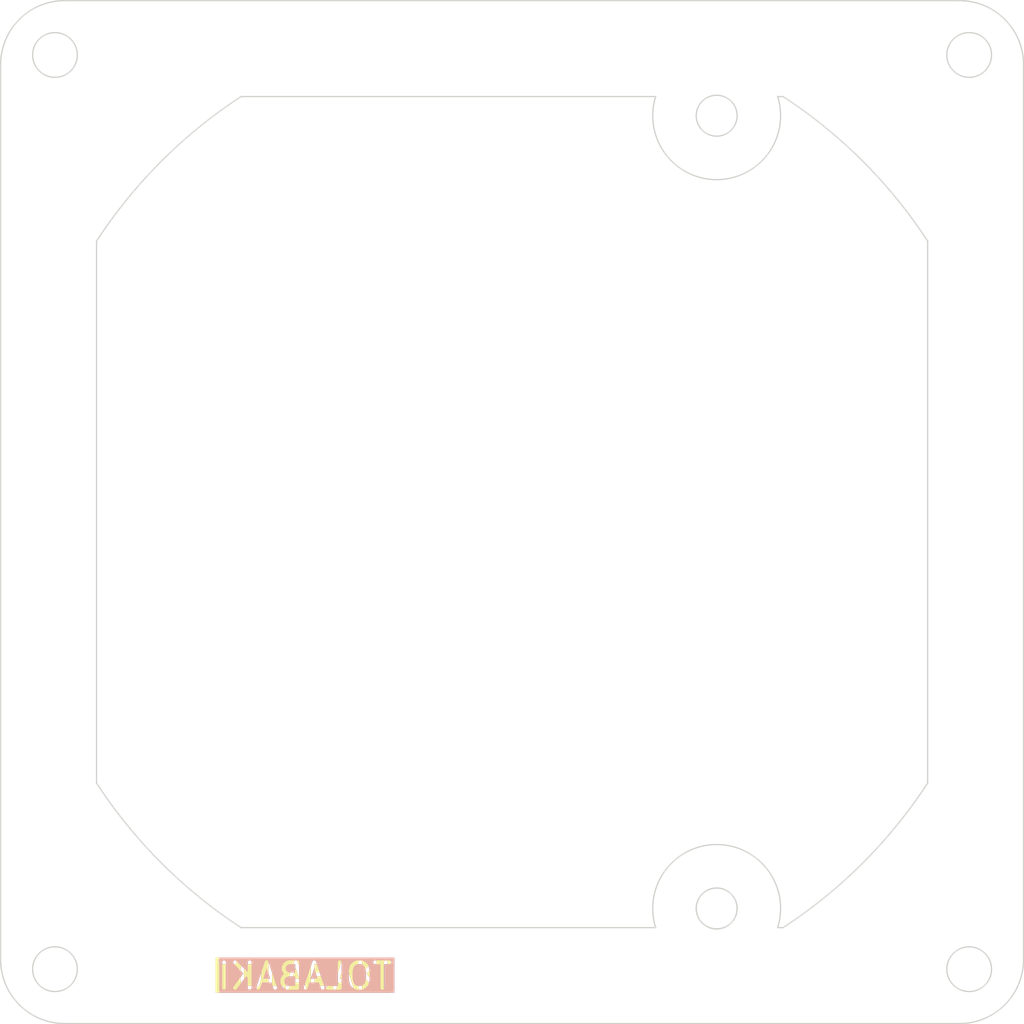
<source format=kicad_pcb>
(kicad_pcb (version 20221018) (generator pcbnew)

  (general
    (thickness 1.6)
  )

  (paper "A4")
  (layers
    (0 "F.Cu" signal)
    (31 "B.Cu" signal)
    (32 "B.Adhes" user "B.Adhesive")
    (33 "F.Adhes" user "F.Adhesive")
    (34 "B.Paste" user)
    (35 "F.Paste" user)
    (36 "B.SilkS" user "B.Silkscreen")
    (37 "F.SilkS" user "F.Silkscreen")
    (38 "B.Mask" user)
    (39 "F.Mask" user)
    (40 "Dwgs.User" user "User.Drawings")
    (41 "Cmts.User" user "User.Comments")
    (42 "Eco1.User" user "User.Eco1")
    (43 "Eco2.User" user "User.Eco2")
    (44 "Edge.Cuts" user)
    (45 "Margin" user)
    (46 "B.CrtYd" user "B.Courtyard")
    (47 "F.CrtYd" user "F.Courtyard")
    (48 "B.Fab" user)
    (49 "F.Fab" user)
    (50 "User.1" user)
    (51 "User.2" user)
    (52 "User.3" user)
    (53 "User.4" user)
    (54 "User.5" user)
    (55 "User.6" user)
    (56 "User.7" user)
    (57 "User.8" user)
    (58 "User.9" user)
  )

  (setup
    (stackup
      (layer "F.SilkS" (type "Top Silk Screen"))
      (layer "F.Paste" (type "Top Solder Paste"))
      (layer "F.Mask" (type "Top Solder Mask") (thickness 0.01))
      (layer "F.Cu" (type "copper") (thickness 0.035))
      (layer "dielectric 1" (type "core") (thickness 1.51) (material "FR4") (epsilon_r 4.5) (loss_tangent 0.02))
      (layer "B.Cu" (type "copper") (thickness 0.035))
      (layer "B.Mask" (type "Bottom Solder Mask") (thickness 0.01))
      (layer "B.Paste" (type "Bottom Solder Paste"))
      (layer "B.SilkS" (type "Bottom Silk Screen"))
      (copper_finish "None")
      (dielectric_constraints no)
    )
    (pad_to_mask_clearance 0)
    (pcbplotparams
      (layerselection 0x00010fc_ffffffff)
      (plot_on_all_layers_selection 0x0000000_00000000)
      (disableapertmacros false)
      (usegerberextensions true)
      (usegerberattributes false)
      (usegerberadvancedattributes false)
      (creategerberjobfile false)
      (dashed_line_dash_ratio 12.000000)
      (dashed_line_gap_ratio 3.000000)
      (svgprecision 4)
      (plotframeref false)
      (viasonmask false)
      (mode 1)
      (useauxorigin false)
      (hpglpennumber 1)
      (hpglpenspeed 20)
      (hpglpendiameter 15.000000)
      (dxfpolygonmode true)
      (dxfimperialunits true)
      (dxfusepcbnewfont true)
      (psnegative false)
      (psa4output false)
      (plotreference true)
      (plotvalue false)
      (plotinvisibletext false)
      (sketchpadsonfab false)
      (subtractmaskfromsilk true)
      (outputformat 1)
      (mirror false)
      (drillshape 0)
      (scaleselection 1)
      (outputdirectory "gerbers/")
    )
  )

  (net 0 "")

  (gr_arc (start 122.105897 124.9) (mid 115.86425 119.835749) (end 110.8 113.594103)
    (stroke (width 0.1) (type solid)) (layer "Edge.Cuts") (tstamp 046db077-3604-4f90-9559-9e21539bfde1))
  (gr_arc (start 178.3 52.4) (mid 181.8355 53.864482) (end 183.3 57.4)
    (stroke (width 0.1) (type solid)) (layer "Edge.Cuts") (tstamp 1b264228-078b-432a-a01d-8ac156954ee5))
  (gr_arc (start 108.3 132.4) (mid 104.764432 130.93555) (end 103.3 127.4)
    (stroke (width 0.1) (type solid)) (layer "Edge.Cuts") (tstamp 25ee97da-67f9-4da2-83d3-7c78af6142d2))
  (gr_arc (start 183.3 127.4) (mid 181.83553 130.935537) (end 178.3 132.4)
    (stroke (width 0.1) (type solid)) (layer "Edge.Cuts") (tstamp 3bc3b31c-f901-456d-baa5-6024d992e2ba))
  (gr_line (start 175.8 113.594103) (end 175.8 71.205897)
    (stroke (width 0.1) (type solid)) (layer "Edge.Cuts") (tstamp 3bc6e6c7-2f14-4f8f-827c-8275b8b6ba52))
  (gr_line (start 183.3 127.4) (end 183.3 57.4)
    (stroke (width 0.1) (type solid)) (layer "Edge.Cuts") (tstamp 4b995135-a37a-4982-a819-b9a8f90dbda2))
  (gr_line (start 108.3 132.4) (end 178.3 132.4)
    (stroke (width 0.1) (type solid)) (layer "Edge.Cuts") (tstamp 76c01560-ee4c-40e5-9668-f38d440f9c4f))
  (gr_circle (center 159.3 123.4) (end 160.9 123.4)
    (stroke (width 0.11) (type solid)) (fill none) (layer "Edge.Cuts") (tstamp 771f33a2-5636-4304-ab46-c654ec391840))
  (gr_circle (center 179.05 128.15) (end 180.8 128.15)
    (stroke (width 0.1) (type solid)) (fill none) (layer "Edge.Cuts") (tstamp 7be87480-7897-4496-85ed-8d4628e32348))
  (gr_circle (center 179.05 56.65) (end 180.8 56.65)
    (stroke (width 0.1) (type solid)) (fill none) (layer "Edge.Cuts") (tstamp 8225ddc3-bb03-4e7d-afb7-877649148bbb))
  (gr_arc (start 154.530304 124.9) (mid 159.3 118.4) (end 164.069696 124.9)
    (stroke (width 0.1) (type solid)) (layer "Edge.Cuts") (tstamp 82527339-0f5a-4724-9268-0f5c803ab060))
  (gr_arc (start 164.069696 59.9) (mid 159.3 66.4) (end 154.530304 59.9)
    (stroke (width 0.1) (type solid)) (layer "Edge.Cuts") (tstamp 8a1cde54-21e0-4b9d-be21-8be9a9aa840d))
  (gr_arc (start 110.8 71.205897) (mid 115.864259 64.964259) (end 122.105897 59.9)
    (stroke (width 0.1) (type solid)) (layer "Edge.Cuts") (tstamp 8d5b53fa-9285-40e1-9bdb-b29c625beb3e))
  (gr_arc (start 175.8 113.594103) (mid 170.735745 119.835745) (end 164.494103 124.9)
    (stroke (width 0.1) (type solid)) (layer "Edge.Cuts") (tstamp 909fb7e8-20aa-4334-a2e4-0f5e16dad25f))
  (gr_line (start 164.494103 59.9) (end 164.069696 59.9)
    (stroke (width 0.1) (type solid)) (layer "Edge.Cuts") (tstamp b039ed71-2f2e-49c5-b713-c3fd9eb038c8))
  (gr_line (start 154.530304 59.9) (end 122.105897 59.9)
    (stroke (width 0.1) (type solid)) (layer "Edge.Cuts") (tstamp b0888380-49d7-4890-91c2-29c40c4cdbca))
  (gr_line (start 103.3 57.4) (end 103.3 127.4)
    (stroke (width 0.1) (type solid)) (layer "Edge.Cuts") (tstamp b5f9e92c-c492-4a2b-ab54-b40bad4ae9ba))
  (gr_circle (center 107.55 56.65) (end 109.3 56.65)
    (stroke (width 0.1) (type solid)) (fill none) (layer "Edge.Cuts") (tstamp c888be37-8ab9-4dc6-bf7a-2fa9f95249b9))
  (gr_line (start 164.069696 124.9) (end 164.494103 124.9)
    (stroke (width 0.1) (type solid)) (layer "Edge.Cuts") (tstamp d15fbe0d-13c9-4d76-9e54-49d5f5b172da))
  (gr_arc (start 164.494103 59.9) (mid 170.735736 64.964263) (end 175.8 71.205897)
    (stroke (width 0.1) (type solid)) (layer "Edge.Cuts") (tstamp d2475356-3794-4519-8e5a-c0b0461b8a76))
  (gr_line (start 122.105897 124.9) (end 154.530304 124.9)
    (stroke (width 0.1) (type solid)) (layer "Edge.Cuts") (tstamp dc65031c-76e5-4880-9d60-c20796c32bcc))
  (gr_circle (center 159.3 61.4) (end 160.9 61.4)
    (stroke (width 0.1) (type solid)) (fill none) (layer "Edge.Cuts") (tstamp ddda5945-c1f2-456a-818a-e0465320e05e))
  (gr_circle (center 107.55 128.15) (end 109.3 128.15)
    (stroke (width 0.1) (type solid)) (fill none) (layer "Edge.Cuts") (tstamp e0657a79-685f-47a0-b603-333de871e597))
  (gr_line (start 178.3 52.4) (end 108.3 52.4)
    (stroke (width 0.1) (type solid)) (layer "Edge.Cuts") (tstamp eaab8619-9338-4ae5-98a7-09a77d5d2c81))
  (gr_line (start 110.8 71.205897) (end 110.8 113.594103)
    (stroke (width 0.1) (type solid)) (layer "Edge.Cuts") (tstamp f9dc5a0b-7703-4c2e-904c-16cc98a9fb8f))
  (gr_arc (start 103.3 57.4) (mid 104.764462 53.86447) (end 108.3 52.4)
    (stroke (width 0.1) (type solid)) (layer "Edge.Cuts") (tstamp fa34769d-320f-41f1-a99b-bb98494053c8))
  (gr_text "TOLABAKI" (at 134.1 128.7) (layer "F.Cu" knockout) (tstamp 4785bbb7-615f-4fef-8a7e-79c26bb01141)
    (effects (font (size 2 2) (thickness 0.3)) (justify right))
  )
  (gr_text "TOLABAKI" (at 120.1 128.7) (layer "B.Cu" knockout) (tstamp d64ae923-3b9f-4269-b1e6-883cc4fa8f47)
    (effects (font (size 2 2) (thickness 0.3)) (justify right mirror))
  )
  (gr_text "TOLABAKI" (at 120.1 128.7) (layer "B.SilkS" knockout) (tstamp aa2c866f-513b-4aca-9979-0bd78909ec37)
    (effects (font (size 2 2) (thickness 0.3)) (justify right mirror))
  )
  (gr_text "TOLABAKI" (at 134.1 128.7) (layer "F.SilkS" knockout) (tstamp 9243ec01-630e-420b-9edb-da3626d5d0a7)
    (effects (font (size 2 2) (thickness 0.3)) (justify right))
  )

  (group "" (id 1dd085da-7678-4e15-ac37-12dade485d96)
    (members
      046db077-3604-4f90-9559-9e21539bfde1
      1b264228-078b-432a-a01d-8ac156954ee5
      25ee97da-67f9-4da2-83d3-7c78af6142d2
      3bc3b31c-f901-456d-baa5-6024d992e2ba
      3bc6e6c7-2f14-4f8f-827c-8275b8b6ba52
      4b995135-a37a-4982-a819-b9a8f90dbda2
      76c01560-ee4c-40e5-9668-f38d440f9c4f
      771f33a2-5636-4304-ab46-c654ec391840
      7be87480-7897-4496-85ed-8d4628e32348
      8225ddc3-bb03-4e7d-afb7-877649148bbb
      82527339-0f5a-4724-9268-0f5c803ab060
      8a1cde54-21e0-4b9d-be21-8be9a9aa840d
      8d5b53fa-9285-40e1-9bdb-b29c625beb3e
      909fb7e8-20aa-4334-a2e4-0f5e16dad25f
      b039ed71-2f2e-49c5-b713-c3fd9eb038c8
      b0888380-49d7-4890-91c2-29c40c4cdbca
      b5f9e92c-c492-4a2b-ab54-b40bad4ae9ba
      c888be37-8ab9-4dc6-bf7a-2fa9f95249b9
      d15fbe0d-13c9-4d76-9e54-49d5f5b172da
      d2475356-3794-4519-8e5a-c0b0461b8a76
      dc65031c-76e5-4880-9d60-c20796c32bcc
      ddda5945-c1f2-456a-818a-e0465320e05e
      e0657a79-685f-47a0-b603-333de871e597
      eaab8619-9338-4ae5-98a7-09a77d5d2c81
      f9dc5a0b-7703-4c2e-904c-16cc98a9fb8f
      fa34769d-320f-41f1-a99b-bb98494053c8
    )
  )
)

</source>
